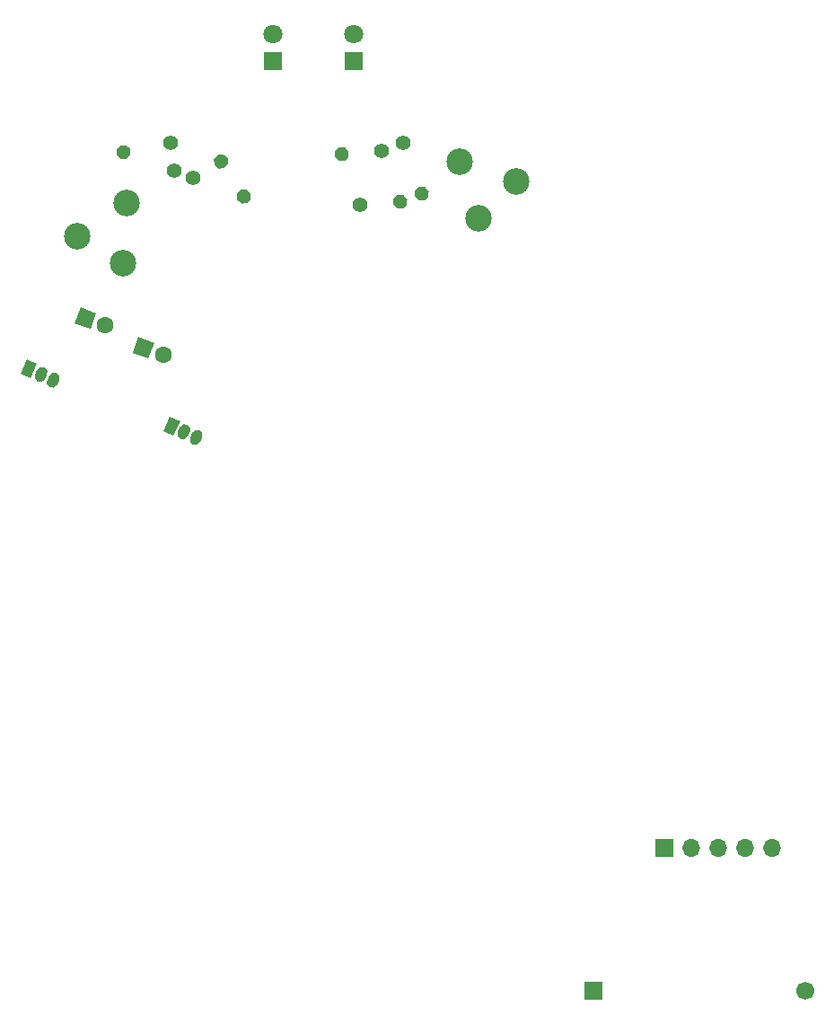
<source format=gbs>
G04 #@! TF.GenerationSoftware,KiCad,Pcbnew,(5.1.9)-1*
G04 #@! TF.CreationDate,2021-10-05T22:25:52-05:00*
G04 #@! TF.ProjectId,astable_badge,61737461-626c-4655-9f62-616467652e6b,1*
G04 #@! TF.SameCoordinates,Original*
G04 #@! TF.FileFunction,Soldermask,Bot*
G04 #@! TF.FilePolarity,Negative*
%FSLAX46Y46*%
G04 Gerber Fmt 4.6, Leading zero omitted, Abs format (unit mm)*
G04 Created by KiCad (PCBNEW (5.1.9)-1) date 2021-10-05 22:25:52*
%MOMM*%
%LPD*%
G01*
G04 APERTURE LIST*
%ADD10R,1.700000X1.700000*%
%ADD11C,1.700000*%
%ADD12C,0.100000*%
%ADD13C,1.600000*%
%ADD14C,1.800000*%
%ADD15R,1.800000X1.800000*%
%ADD16C,1.400000*%
%ADD17C,2.500000*%
%ADD18O,1.700000X1.700000*%
G04 APERTURE END LIST*
D10*
X169278000Y-124714000D03*
D11*
X189278000Y-124714000D03*
D12*
G36*
X120386630Y-61819138D02*
G01*
X120933862Y-60315630D01*
X122437370Y-60862862D01*
X121890138Y-62366370D01*
X120386630Y-61819138D01*
G37*
D13*
X123291385Y-62025040D03*
X128752385Y-64819040D03*
D12*
G36*
X125847630Y-64613138D02*
G01*
X126394862Y-63109630D01*
X127898370Y-63656862D01*
X127351138Y-65160370D01*
X125847630Y-64613138D01*
G37*
D14*
X139065000Y-34544000D03*
D15*
X139065000Y-37084000D03*
X146685000Y-37084000D03*
D14*
X146685000Y-34544000D03*
G36*
G01*
X116642088Y-66628319D02*
X116832266Y-66220481D01*
G75*
G02*
X117529953Y-65966544I475812J-221875D01*
G01*
X117529953Y-65966544D01*
G75*
G02*
X117783890Y-66664231I-221875J-475812D01*
G01*
X117593712Y-67072069D01*
G75*
G02*
X116896025Y-67326006I-475812J221875D01*
G01*
X116896025Y-67326006D01*
G75*
G02*
X116642088Y-66628319I221875J475812D01*
G01*
G37*
G36*
G01*
X117793099Y-67165044D02*
X117983277Y-66757206D01*
G75*
G02*
X118680964Y-66503269I475812J-221875D01*
G01*
X118680964Y-66503269D01*
G75*
G02*
X118934901Y-67200956I-221875J-475812D01*
G01*
X118744723Y-67608794D01*
G75*
G02*
X118047036Y-67862731I-475812J221875D01*
G01*
X118047036Y-67862731D01*
G75*
G02*
X117793099Y-67165044I221875J475812D01*
G01*
G37*
D12*
G36*
X115269203Y-66567406D02*
G01*
X115903130Y-65207945D01*
X116854753Y-65651694D01*
X116220826Y-67011155D01*
X115269203Y-66567406D01*
G37*
G36*
X128747225Y-71958856D02*
G01*
X129381152Y-70599395D01*
X130332775Y-71043144D01*
X129698848Y-72402605D01*
X128747225Y-71958856D01*
G37*
G36*
G01*
X131271121Y-72556494D02*
X131461299Y-72148656D01*
G75*
G02*
X132158986Y-71894719I475812J-221875D01*
G01*
X132158986Y-71894719D01*
G75*
G02*
X132412923Y-72592406I-221875J-475812D01*
G01*
X132222745Y-73000244D01*
G75*
G02*
X131525058Y-73254181I-475812J221875D01*
G01*
X131525058Y-73254181D01*
G75*
G02*
X131271121Y-72556494I221875J475812D01*
G01*
G37*
G36*
G01*
X130120110Y-72019769D02*
X130310288Y-71611931D01*
G75*
G02*
X131007975Y-71357994I475812J-221875D01*
G01*
X131007975Y-71357994D01*
G75*
G02*
X131261912Y-72055681I-221875J-475812D01*
G01*
X131071734Y-72463519D01*
G75*
G02*
X130374047Y-72717456I-475812J221875D01*
G01*
X130374047Y-72717456D01*
G75*
G02*
X130120110Y-72019769I221875J475812D01*
G01*
G37*
G36*
G01*
X125652746Y-45923752D02*
X125652746Y-45923752D01*
G75*
G02*
X124755547Y-46342123I-657785J239414D01*
G01*
X124755547Y-46342123D01*
G75*
G02*
X124337176Y-45444924I239414J657785D01*
G01*
X124337176Y-45444924D01*
G75*
G02*
X125234375Y-45026553I657785J-239414D01*
G01*
X125234375Y-45026553D01*
G75*
G02*
X125652746Y-45923752I-239414J-657785D01*
G01*
G37*
D16*
X129768600Y-47421800D03*
X151384000Y-44831000D03*
G36*
G01*
X152882048Y-48946854D02*
X152882048Y-48946854D01*
G75*
G02*
X153779247Y-49365225I239414J-657785D01*
G01*
X153779247Y-49365225D01*
G75*
G02*
X153360876Y-50262424I-657785J-239414D01*
G01*
X153360876Y-50262424D01*
G75*
G02*
X152463677Y-49844053I-239414J657785D01*
G01*
X152463677Y-49844053D01*
G75*
G02*
X152882048Y-48946854I657785J239414D01*
G01*
G37*
X131572000Y-48133000D03*
G36*
G01*
X135687854Y-49631048D02*
X135687854Y-49631048D01*
G75*
G02*
X136585053Y-49212677I657785J-239414D01*
G01*
X136585053Y-49212677D01*
G75*
G02*
X137003424Y-50109876I-239414J-657785D01*
G01*
X137003424Y-50109876D01*
G75*
G02*
X136106225Y-50528247I-657785J239414D01*
G01*
X136106225Y-50528247D01*
G75*
G02*
X135687854Y-49631048I239414J657785D01*
G01*
G37*
G36*
G01*
X150850048Y-49708854D02*
X150850048Y-49708854D01*
G75*
G02*
X151747247Y-50127225I239414J-657785D01*
G01*
X151747247Y-50127225D01*
G75*
G02*
X151328876Y-51024424I-657785J-239414D01*
G01*
X151328876Y-51024424D01*
G75*
G02*
X150431677Y-50606053I-239414J657785D01*
G01*
X150431677Y-50606053D01*
G75*
G02*
X150850048Y-49708854I657785J239414D01*
G01*
G37*
X149352000Y-45593000D03*
X129413000Y-44831000D03*
G36*
G01*
X133528854Y-46329048D02*
X133528854Y-46329048D01*
G75*
G02*
X134426053Y-45910677I657785J-239414D01*
G01*
X134426053Y-45910677D01*
G75*
G02*
X134844424Y-46807876I-239414J-657785D01*
G01*
X134844424Y-46807876D01*
G75*
G02*
X133947225Y-47226247I-657785J239414D01*
G01*
X133947225Y-47226247D01*
G75*
G02*
X133528854Y-46329048I239414J657785D01*
G01*
G37*
G36*
G01*
X145821952Y-46531746D02*
X145821952Y-46531746D01*
G75*
G02*
X144924753Y-46113375I-239414J657785D01*
G01*
X144924753Y-46113375D01*
G75*
G02*
X145343124Y-45216176I657785J239414D01*
G01*
X145343124Y-45216176D01*
G75*
G02*
X146240323Y-45634547I239414J-657785D01*
G01*
X146240323Y-45634547D01*
G75*
G02*
X145821952Y-46531746I-657785J-239414D01*
G01*
G37*
X147320000Y-50647600D03*
D17*
X120637873Y-53634000D03*
X124968000Y-56134000D03*
X125322937Y-50519232D03*
X156699949Y-46611415D03*
X162031534Y-48407466D03*
X158496000Y-51943000D03*
D18*
X186182000Y-111252000D03*
X183642000Y-111252000D03*
X181102000Y-111252000D03*
X178562000Y-111252000D03*
D10*
X176022000Y-111252000D03*
M02*

</source>
